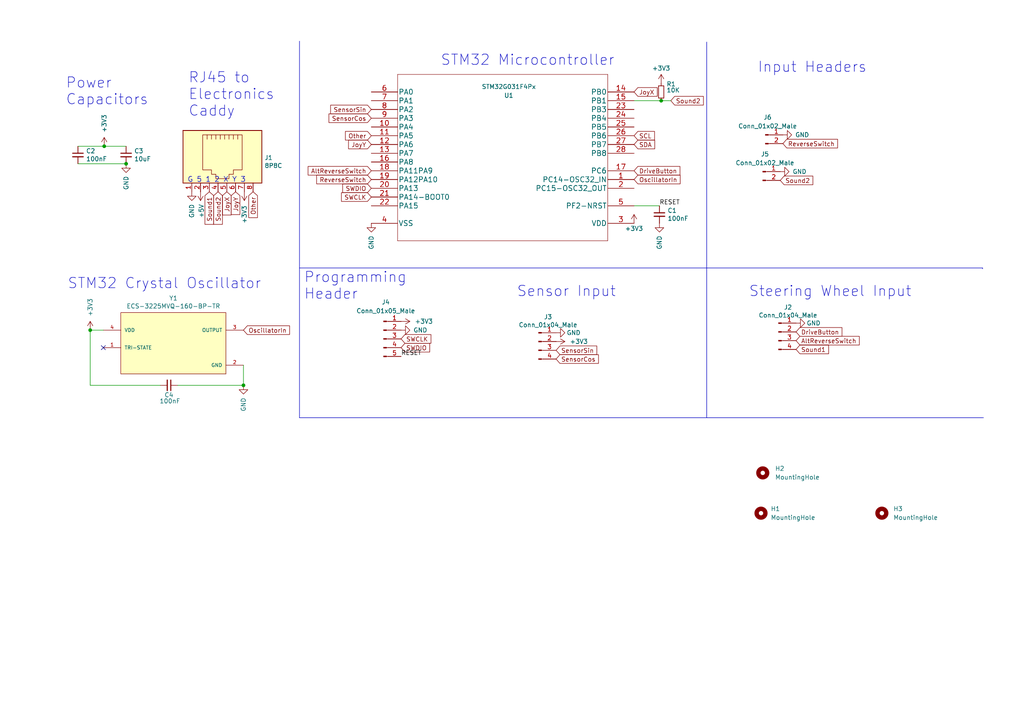
<source format=kicad_sch>
(kicad_sch (version 20230121) (generator eeschema)
  (paper "A4")
  (lib_symbols
    (symbol "Connector:8P8C" (pin_names (offset 1.016))
      (property "Reference" "J" (at -5.08 13.97 0))
      (property "Value" "8P8C" (at 2.54 13.97 0))
      (symbol "8P8C_0_1"
        (polyline (pts (xy -5.08 4.445) (xy -6.35 4.445)))
        (polyline (pts (xy -5.08 5.715) (xy -6.35 5.715)))
        (polyline (pts (xy -6.35 -3.175) (xy -5.08 -3.175) (xy -5.08 -3.175)))
        (polyline (pts (xy -6.35 -1.905) (xy -5.08 -1.905) (xy -5.08 -1.905)))
        (polyline (pts (xy -6.35 -0.635) (xy -5.08 -0.635) (xy -5.08 -0.635)))
        (polyline (pts (xy -6.35 0.635) (xy -5.08 0.635) (xy -5.08 0.635)))
        (polyline (pts (xy -6.35 1.905) (xy -5.08 1.905) (xy -5.08 1.905)))
        (polyline (pts (xy -5.08 3.175) (xy -6.35 3.175) (xy -6.35 3.175)))
        (polyline (pts (xy -6.35 -4.445) (xy -6.35 6.985) (xy 3.81 6.985) (xy 3.81 4.445) (xy 5.08 4.445) (xy 5.08 3.175) (xy 6.35 3.175) (xy 6.35 -0.635) (xy 5.08 -0.635) (xy 5.08 -1.905) (xy 3.81 -1.905) (xy 3.81 -4.445) (xy -6.35 -4.445) (xy -6.35 -4.445)))
        (rectangle (start 7.62 12.7) (end -7.62 -10.16) (stroke (width 0.254)) (fill (type background)))
      )
      (symbol "8P8C_1_1"
        (pin passive line (at 10.16 -7.62 180) (length 2.54) (name "~") (number "1"))
        (pin passive line (at 10.16 -5.08 180) (length 2.54) (name "~") (number "2"))
        (pin passive line (at 10.16 -2.54 180) (length 2.54) (name "~") (number "3"))
        (pin passive line (at 10.16 0 180) (length 2.54) (name "~") (number "4"))
        (pin passive line (at 10.16 2.54 180) (length 2.54) (name "~") (number "5"))
        (pin passive line (at 10.16 5.08 180) (length 2.54) (name "~") (number "6"))
        (pin passive line (at 10.16 7.62 180) (length 2.54) (name "~") (number "7"))
        (pin passive line (at 10.16 10.16 180) (length 2.54) (name "~") (number "8"))
      )
    )
    (symbol "Connector:Conn_01x02_Male" (pin_names (offset 1.016) hide)
      (property "Reference" "J" (at 0 2.54 0))
      (property "Value" "Conn_01x02_Male" (at 0 -5.08 0))
      (symbol "Conn_01x02_Male_1_1"
        (polyline (pts (xy 1.27 -2.54) (xy 0.8636 -2.54)) (stroke (width 0.1524)))
        (polyline (pts (xy 1.27 0) (xy 0.8636 0)) (stroke (width 0.1524)))
        (rectangle (start 0.8636 -2.413) (end 0 -2.667) (stroke (width 0.1524)) (fill (type outline)))
        (rectangle (start 0.8636 0.127) (end 0 -0.127) (stroke (width 0.1524)) (fill (type outline)))
        (pin passive line (at 5.08 0 180) (length 3.81) (name "Pin_1") (number "1"))
        (pin passive line (at 5.08 -2.54 180) (length 3.81) (name "Pin_2") (number "2"))
      )
    )
    (symbol "Connector:Conn_01x04_Male" (pin_names (offset 1.016) hide)
      (property "Reference" "J" (at 0 5.08 0))
      (property "Value" "Conn_01x04_Male" (at 0 -7.62 0))
      (symbol "Conn_01x04_Male_1_1"
        (polyline (pts (xy 1.27 -5.08) (xy 0.8636 -5.08)) (stroke (width 0.1524)))
        (polyline (pts (xy 1.27 -2.54) (xy 0.8636 -2.54)) (stroke (width 0.1524)))
        (polyline (pts (xy 1.27 0) (xy 0.8636 0)) (stroke (width 0.1524)))
        (polyline (pts (xy 1.27 2.54) (xy 0.8636 2.54)) (stroke (width 0.1524)))
        (rectangle (start 0.8636 -4.953) (end 0 -5.207) (stroke (width 0.1524)) (fill (type outline)))
        (rectangle (start 0.8636 -2.413) (end 0 -2.667) (stroke (width 0.1524)) (fill (type outline)))
        (rectangle (start 0.8636 0.127) (end 0 -0.127) (stroke (width 0.1524)) (fill (type outline)))
        (rectangle (start 0.8636 2.667) (end 0 2.413) (stroke (width 0.1524)) (fill (type outline)))
        (pin passive line (at 5.08 2.54 180) (length 3.81) (name "Pin_1") (number "1"))
        (pin passive line (at 5.08 0 180) (length 3.81) (name "Pin_2") (number "2"))
        (pin passive line (at 5.08 -2.54 180) (length 3.81) (name "Pin_3") (number "3"))
        (pin passive line (at 5.08 -5.08 180) (length 3.81) (name "Pin_4") (number "4"))
      )
    )
    (symbol "Connector:Conn_01x05_Male" (pin_names (offset 1.016) hide)
      (property "Reference" "J" (at 0 7.62 0))
      (property "Value" "Conn_01x05_Male" (at 0 -7.62 0))
      (symbol "Conn_01x05_Male_1_1"
        (polyline (pts (xy 1.27 -5.08) (xy 0.8636 -5.08)) (stroke (width 0.1524)))
        (polyline (pts (xy 1.27 -2.54) (xy 0.8636 -2.54)) (stroke (width 0.1524)))
        (polyline (pts (xy 1.27 0) (xy 0.8636 0)) (stroke (width 0.1524)))
        (polyline (pts (xy 1.27 2.54) (xy 0.8636 2.54)) (stroke (width 0.1524)))
        (polyline (pts (xy 1.27 5.08) (xy 0.8636 5.08)) (stroke (width 0.1524)))
        (rectangle (start 0.8636 -4.953) (end 0 -5.207) (stroke (width 0.1524)) (fill (type outline)))
        (rectangle (start 0.8636 -2.413) (end 0 -2.667) (stroke (width 0.1524)) (fill (type outline)))
        (rectangle (start 0.8636 0.127) (end 0 -0.127) (stroke (width 0.1524)) (fill (type outline)))
        (rectangle (start 0.8636 2.667) (end 0 2.413) (stroke (width 0.1524)) (fill (type outline)))
        (rectangle (start 0.8636 5.207) (end 0 4.953) (stroke (width 0.1524)) (fill (type outline)))
        (pin passive line (at 5.08 5.08 180) (length 3.81) (name "Pin_1") (number "1"))
        (pin passive line (at 5.08 2.54 180) (length 3.81) (name "Pin_2") (number "2"))
        (pin passive line (at 5.08 0 180) (length 3.81) (name "Pin_3") (number "3"))
        (pin passive line (at 5.08 -2.54 180) (length 3.81) (name "Pin_4") (number "4"))
        (pin passive line (at 5.08 -5.08 180) (length 3.81) (name "Pin_5") (number "5"))
      )
    )
    (symbol "CrystalOscillator:ECS-3225MVQ-160-BP-TR" (pin_names (offset 1.016))
      (property "Reference" "Y" (at -15.5448 8.1534 0))
      (property "Value" "ECS-3225MVQ-160-BP-TR" (at -15.0114 -12.9794 0))
      (symbol "ECS-3225MVQ-160-BP-TR_0_0"
        (rectangle (start -15.24 -10.16) (end 15.24 7.62) (stroke (width 0.1524)) (fill (type background)))
        (pin input line (at -20.32 -2.54 0) (length 5.08) (name "TRI-STATE") (number "1"))
        (pin power_in line (at 20.32 -7.62 180) (length 5.08) (name "GND") (number "2"))
        (pin output line (at 20.32 2.54 180) (length 5.08) (name "OUTPUT") (number "3"))
        (pin input line (at -20.32 2.54 0) (length 5.08) (name "VDD") (number "4"))
      )
    )
    (symbol "Device:C_Small" (pin_numbers hide) (pin_names (offset 0.254) hide)
      (property "Reference" "C" (at 0.254 1.778 0))
      (property "Value" "C_Small" (at 0.254 -2.032 0))
      (symbol "C_Small_0_1"
        (polyline (pts (xy -1.524 -0.508) (xy 1.524 -0.508)) (stroke (width 0.3302)))
        (polyline (pts (xy -1.524 0.508) (xy 1.524 0.508)) (stroke (width 0.3048)))
      )
      (symbol "C_Small_1_1"
        (pin passive line (at 0 2.54 270) (length 2.032) (name "~") (number "1"))
        (pin passive line (at 0 -2.54 90) (length 2.032) (name "~") (number "2"))
      )
    )
    (symbol "Device:R_Small" (pin_numbers hide) (pin_names (offset 0.254) hide)
      (property "Reference" "R" (at 0.762 0.508 0))
      (property "Value" "R_Small" (at 0.762 -1.016 0))
      (symbol "R_Small_0_1"
        (rectangle (start -0.762 1.778) (end 0.762 -1.778) (stroke (width 0.2032)))
      )
      (symbol "R_Small_1_1"
        (pin passive line (at 0 2.54 270) (length 0.762) (name "~") (number "1"))
        (pin passive line (at 0 -2.54 90) (length 0.762) (name "~") (number "2"))
      )
    )
    (symbol "Mechanical:MountingHole" (pin_names (offset 1.016))
      (property "Reference" "H" (at 0 5.08 0))
      (property "Value" "MountingHole" (at 0 3.175 0))
      (symbol "MountingHole_0_1"
        (circle (center 0 0) (radius 1.27) (stroke (width 1.27)))
      )
    )
    (symbol "STM32QFN:STM32G031G8U6" (pin_names (offset 0.254))
      (property "Reference" "U" (at 38.1 10.16 0))
      (property "Value" "STM32G031G8U6" (at 38.1 7.62 0))
      (symbol "STM32G031G8U6_1_1"
        (polyline (pts (xy 7.62 -43.18) (xy 68.58 -43.18)) (stroke (width 0.127)))
        (polyline (pts (xy 7.62 5.08) (xy 7.62 -43.18)) (stroke (width 0.127)))
        (polyline (pts (xy 68.58 -43.18) (xy 68.58 5.08)) (stroke (width 0.127)))
        (polyline (pts (xy 68.58 5.08) (xy 7.62 5.08)) (stroke (width 0.127)))
        (pin bidirectional line (at 76.2 -25.4 180) (length 7.62) (name "PC14-OSC32_IN") (number "1"))
        (pin bidirectional line (at 0 -10.16 0) (length 7.62) (name "PA4") (number "10"))
        (pin bidirectional line (at 0 -12.7 0) (length 7.62) (name "PA5") (number "11"))
        (pin bidirectional line (at 0 -15.24 0) (length 7.62) (name "PA6") (number "12"))
        (pin bidirectional line (at 0 -17.78 0) (length 7.62) (name "PA7") (number "13"))
        (pin bidirectional line (at 76.2 0 180) (length 7.62) (name "PB0") (number "14"))
        (pin bidirectional line (at 76.2 -2.54 180) (length 7.62) (name "PB1") (number "15"))
        (pin bidirectional line (at 0 -20.32 0) (length 7.62) (name "PA8") (number "16"))
        (pin bidirectional line (at 76.2 -22.86 180) (length 7.62) (name "PC6") (number "17"))
        (pin bidirectional line (at 0 -22.86 0) (length 7.62) (name "PA11PA9") (number "18"))
        (pin bidirectional line (at 0 -25.4 0) (length 7.62) (name "PA12PA10") (number "19"))
        (pin bidirectional line (at 76.2 -27.94 180) (length 7.62) (name "PC15-OSC32_OUT") (number "2"))
        (pin bidirectional line (at 0 -27.94 0) (length 7.62) (name "PA13") (number "20"))
        (pin bidirectional line (at 0 -30.48 0) (length 7.62) (name "PA14-BOOT0") (number "21"))
        (pin bidirectional line (at 0 -33.02 0) (length 7.62) (name "PA15") (number "22"))
        (pin bidirectional line (at 76.2 -5.08 180) (length 7.62) (name "PB3") (number "23"))
        (pin bidirectional line (at 76.2 -7.62 180) (length 7.62) (name "PB4") (number "24"))
        (pin bidirectional line (at 76.2 -10.16 180) (length 7.62) (name "PB5") (number "25"))
        (pin bidirectional line (at 76.2 -12.7 180) (length 7.62) (name "PB6") (number "26"))
        (pin bidirectional line (at 76.2 -15.24 180) (length 7.62) (name "PB7") (number "27"))
        (pin bidirectional line (at 76.2 -17.78 180) (length 7.62) (name "PB8") (number "28"))
        (pin power_in line (at 76.2 -38.1 180) (length 7.62) (name "VDD") (number "3"))
        (pin power_in line (at 0 -38.1 0) (length 7.62) (name "VSS") (number "4"))
        (pin bidirectional line (at 76.2 -33.02 180) (length 7.62) (name "PF2-NRST") (number "5"))
        (pin bidirectional line (at 0 0 0) (length 7.62) (name "PA0") (number "6"))
        (pin bidirectional line (at 0 -2.54 0) (length 7.62) (name "PA1") (number "7"))
        (pin bidirectional line (at 0 -5.08 0) (length 7.62) (name "PA2") (number "8"))
        (pin bidirectional line (at 0 -7.62 0) (length 7.62) (name "PA3") (number "9"))
      )
    )
    (symbol "power:+3.3V" (power) (pin_names (offset 0))
      (property "Value" "+3.3V" (at 0 3.556 0))
      (symbol "+3.3V_0_1"
        (polyline (pts (xy -0.762 1.27) (xy 0 2.54)))
        (polyline (pts (xy 0 0) (xy 0 2.54)))
        (polyline (pts (xy 0 2.54) (xy 0.762 1.27)))
      )
      (symbol "+3.3V_1_1"
        (pin power_in line (at 0 0 90) (length 0) hide (name "+3V3") (number "1"))
      )
    )
    (symbol "power:+5V" (power) (pin_names (offset 0))
      (property "Value" "+5V" (at 0 3.556 0))
      (symbol "+5V_0_1"
        (polyline (pts (xy -0.762 1.27) (xy 0 2.54)))
        (polyline (pts (xy 0 0) (xy 0 2.54)))
        (polyline (pts (xy 0 2.54) (xy 0.762 1.27)))
      )
      (symbol "+5V_1_1"
        (pin power_in line (at 0 0 90) (length 0) hide (name "+5V") (number "1"))
      )
    )
    (symbol "power:GND" (power) (pin_names (offset 0))
      (property "Value" "GND" (at 0 -3.81 0))
      (symbol "GND_0_1"
        (polyline (pts (xy 0 0) (xy 0 -1.27) (xy 1.27 -1.27) (xy 0 -2.54) (xy -1.27 -1.27) (xy 0 -1.27)))
      )
      (symbol "GND_1_1"
        (pin power_in line (at 0 0 270) (length 0) hide (name "GND") (number "1"))
      )
    )
  )
  (junction (at 70.612 111.76))
  (junction (at 36.576 47.498))
  (junction (at 30.226 42.418))
  (junction (at 26.162 95.758))
  (junction (at 191.77 29.21))
  (no_connect (at 29.972 100.838))
  (wire (pts (xy 29.972 95.758) (xy 26.162 95.758)))
  (polyline (pts (xy 86.868 121.158) (xy 285.242 121.158)))
  (wire (pts (xy 26.162 95.758) (xy 26.162 111.76)))
  (wire (pts (xy 22.606 42.418) (xy 30.226 42.418)))
  (wire (pts (xy 183.896 59.69) (xy 191.262 59.69)))
  (wire (pts (xy 183.896 29.21) (xy 191.77 29.21)))
  (polyline (pts (xy 86.868 11.938) (xy 86.868 121.158)))
  (wire (pts (xy 22.606 47.498) (xy 36.576 47.498)))
  (wire (pts (xy 51.562 111.76) (xy 70.612 111.76)))
  (wire (pts (xy 70.612 105.918) (xy 70.612 111.76)))
  (polyline (pts (xy 86.868 77.724) (xy 284.988 77.724)))
  (wire (pts (xy 191.77 29.21) (xy 194.564 29.21)))
  (polyline (pts (xy 204.978 12.192) (xy 204.978 121.158)))
  (wire (pts (xy 30.226 42.418) (xy 36.576 42.418)))
  (wire (pts (xy 26.162 111.76) (xy 46.482 111.76)))
  (polyline (pts (xy 284.988 77.724) (xy 284.988 77.978)))
  (text "Steering Wheel Input" (at 217.17 86.36 0) (effects (font (size 2.9972 2.9972)) (justify left bottom)))
  (text "Programming\nHeader" (at 88.138 87.122 0) (effects (font (size 2.9972 2.9972)) (justify left bottom)))
  (text "Input Headers" (at 219.71 21.336 0) (effects (font (size 2.9972 2.9972)) (justify left bottom)))
  (text "Power\nCapacitors" (at 19.05 30.734 0) (effects (font (size 2.9972 2.9972)) (justify left bottom)))
  (text "STM32 Microcontroller" (at 127.762 19.304 0) (effects (font (size 2.9972 2.9972)) (justify left bottom)))
  (text "Sensor Input" (at 149.86 86.36 0) (effects (font (size 2.9972 2.9972)) (justify left bottom)))
  (text "RJ45 to \nElectronics\nCaddy" (at 54.61 34.036 0) (effects (font (size 2.9972 2.9972)) (justify left bottom)))
  (text "G 5 1 2 X Y 3" (at 54.356 53.086 0) (effects (font (size 1.4986 1.4986)) (justify left bottom)))
  (text "STM32 Crystal Oscillator" (at 19.558 84.074 0) (effects (font (size 2.9972 2.9972)) (justify left bottom)))
  (label "RESET" (at 191.262 59.69 0))
  (label "RESET" (at 116.332 103.378 0))
  (global_label "SensorSin" (shape input) (at 107.696 31.75 180) (property "Intersheetrefs" "${INTERSHEET_REFS}" (effects hide)))
  (global_label "SDA" (shape input) (at 183.896 41.91 0) (property "Intersheetrefs" "${INTERSHEET_REFS}" (effects hide)))
  (global_label "ReverseSwitch" (shape input) (at 227.076 41.656 0) (property "Intersheetrefs" "${INTERSHEET_REFS}" (effects hide)))
  (global_label "OscillatorIn" (shape input) (at 183.896 52.07 0) (property "Intersheetrefs" "${INTERSHEET_REFS}" (effects hide)))
  (global_label "JoyX" (shape input) (at 65.786 55.626 270) (property "Intersheetrefs" "${INTERSHEET_REFS}" (effects hide)))
  (global_label "SWCLK" (shape input) (at 116.332 98.298 0) (property "Intersheetrefs" "${INTERSHEET_REFS}" (effects hide)))
  (global_label "SensorCos" (shape input) (at 107.696 34.29 180) (property "Intersheetrefs" "${INTERSHEET_REFS}" (effects hide)))
  (global_label "Sound2" (shape input) (at 194.564 29.21 0) (property "Intersheetrefs" "${INTERSHEET_REFS}" (effects hide)))
  (global_label "DriveButton" (shape input) (at 230.886 96.266 0) (property "Intersheetrefs" "${INTERSHEET_REFS}" (effects hide)))
  (global_label "DriveButton" (shape input) (at 183.896 49.53 0) (property "Intersheetrefs" "${INTERSHEET_REFS}" (effects hide)))
  (global_label "SWCLK" (shape input) (at 107.696 57.15 180) (property "Intersheetrefs" "${INTERSHEET_REFS}" (effects hide)))
  (global_label "ReverseSwitch" (shape input) (at 107.696 52.07 180) (property "Intersheetrefs" "${INTERSHEET_REFS}" (effects hide)))
  (global_label "Sound1" (shape input) (at 230.886 101.346 0) (property "Intersheetrefs" "${INTERSHEET_REFS}" (effects hide)))
  (global_label "Other" (shape input) (at 73.406 55.626 270) (property "Intersheetrefs" "${INTERSHEET_REFS}" (effects hide)))
  (global_label "AltReverseSwitch" (shape input) (at 230.886 98.806 0) (property "Intersheetrefs" "${INTERSHEET_REFS}" (effects hide)))
  (global_label "SWDIO" (shape input) (at 116.332 100.838 0) (property "Intersheetrefs" "${INTERSHEET_REFS}" (effects hide)))
  (global_label "Sound2" (shape input) (at 226.314 52.324 0) (property "Intersheetrefs" "${INTERSHEET_REFS}" (effects hide)))
  (global_label "JoyX" (shape input) (at 183.896 26.67 0) (property "Intersheetrefs" "${INTERSHEET_REFS}" (effects hide)))
  (global_label "SCL" (shape input) (at 183.896 39.37 0) (property "Intersheetrefs" "${INTERSHEET_REFS}" (effects hide)))
  (global_label "Sound1" (shape input) (at 60.706 55.626 270) (property "Intersheetrefs" "${INTERSHEET_REFS}" (effects hide)))
  (global_label "SensorSin" (shape input) (at 161.29 101.6 0) (property "Intersheetrefs" "${INTERSHEET_REFS}" (effects hide)))
  (global_label "JoyY" (shape input) (at 68.326 55.626 270) (property "Intersheetrefs" "${INTERSHEET_REFS}" (effects hide)))
  (global_label "Other" (shape input) (at 107.696 39.37 180) (property "Intersheetrefs" "${INTERSHEET_REFS}" (effects hide)))
  (global_label "SensorCos" (shape input) (at 161.29 104.14 0) (property "Intersheetrefs" "${INTERSHEET_REFS}" (effects hide)))
  (global_label "JoyY" (shape input) (at 107.696 41.91 180) (property "Intersheetrefs" "${INTERSHEET_REFS}" (effects hide)))
  (global_label "OscillatorIn" (shape input) (at 70.612 95.758 0) (property "Intersheetrefs" "${INTERSHEET_REFS}" (effects hide)))
  (global_label "SWDIO" (shape input) (at 107.696 54.61 180) (property "Intersheetrefs" "${INTERSHEET_REFS}" (effects hide)))
  (global_label "Sound2" (shape input) (at 63.246 55.626 270) (property "Intersheetrefs" "${INTERSHEET_REFS}" (effects hide)))
  (global_label "AltReverseSwitch" (shape input) (at 107.696 49.53 180) (property "Intersheetrefs" "${INTERSHEET_REFS}" (effects hide)))
  (symbol (lib_id "Connector:8P8C") (at 63.246 45.466 270) (unit 1)
    (property "Reference" "J1" (at 76.708 45.7454 90) (effects (justify left)))
    (property "Value" "8P8C" (at 76.708 48.0568 90) (effects (justify left)))
    (property "Footprint" "Useful Modifications:RJ45_x08_Tab_Up" (effects hide))
  )
  (symbol (lib_id "power:GND") (at 55.626 55.626 0) (unit 1)
    (property "Reference" "#PWR05" (effects hide))
    (property "Value" "GND" (at 55.626 61.214 90))
  )
  (symbol (lib_id "power:+3.3V") (at 70.866 55.626 180) (unit 1)
    (property "Reference" "#PWR010" (effects hide))
    (property "Value" "+3.3V" (at 70.866 62.23 90))
  )
  (symbol (lib_id "power:+5V") (at 58.166 55.626 180) (unit 1)
    (property "Reference" "#PWR06" (effects hide))
    (property "Value" "+5V" (at 58.42 61.214 90))
  )
  (symbol (lib_id "power:GND") (at 107.696 64.77 0) (unit 1)
    (property "Reference" "#PWR016" (effects hide))
    (property "Value" "GND" (at 107.696 70.358 90))
  )
  (symbol (lib_id "power:+3.3V") (at 183.896 64.77 0) (unit 1)
    (property "Reference" "#PWR029" (effects hide))
    (property "Value" "+3.3V" (at 183.896 66.294 0))
  )
  (symbol (lib_id "Connector:Conn_01x04_Male") (at 225.806 96.266 0) (unit 1)
    (property "Reference" "J2" (at 228.5492 89.1286 0))
    (property "Value" "Conn_01x04_Male" (at 228.5492 91.44 0))
    (property "Footprint" "Connector_JST:JST_SH_BM04B-SRSS-TB_1x04-1MP_P1.00mm_Vertical" (effects hide))
    (property "MPN" "C145961" (effects hide))
  )
  (symbol (lib_id "power:GND") (at 230.886 93.726 90) (unit 1)
    (property "Reference" "#PWR03" (effects hide))
    (property "Value" "GND" (at 235.966 93.726 90))
  )
  (symbol (lib_id "Connector:Conn_01x04_Male") (at 156.21 99.06 0) (unit 1)
    (property "Reference" "J3" (at 158.9532 91.9226 0))
    (property "Value" "Conn_01x04_Male" (at 158.9532 94.234 0))
    (property "Footprint" "Connector_JST:JST_SH_BM04B-SRSS-TB_1x04-1MP_P1.00mm_Vertical" (effects hide))
    (property "MPN" "C145961" (effects hide))
  )
  (symbol (lib_id "power:GND") (at 161.29 96.52 90) (unit 1)
    (property "Reference" "#PWR01" (effects hide))
    (property "Value" "GND" (at 166.37 96.52 90))
  )
  (symbol (lib_id "power:+3.3V") (at 161.29 99.06 270) (unit 1)
    (property "Reference" "#PWR02" (effects hide))
    (property "Value" "+3.3V" (at 167.894 99.06 90))
  )
  (symbol (lib_id "power:GND") (at 226.314 49.784 90) (unit 1)
    (property "Reference" "#PWR030" (effects hide))
    (property "Value" "GND" (at 231.902 49.784 90))
  )
  (symbol (lib_id "STM32QFN:STM32G031G8U6") (at 107.696 26.67 0) (unit 1)
    (property "Reference" "U1" (at 147.574 27.686 0))
    (property "Value" "STM32G031F4Px" (at 147.574 25.146 0))
    (property "Footprint" "Useful Modifications:STM32G031G8U6" (effects hide))
    (property "MPN" "C432211" (effects hide))
  )
  (symbol (lib_id "Device:C_Small") (at 22.606 44.958 0) (unit 1)
    (property "Reference" "C2" (at 24.9428 43.7896 0) (effects (justify left)))
    (property "Value" "100nF" (at 24.9428 46.101 0) (effects (justify left)))
    (property "Footprint" "Capacitor_SMD:C_0805_2012Metric" (effects hide))
    (property "MPN" "C49678" (effects hide))
  )
  (symbol (lib_id "Device:C_Small") (at 36.576 44.958 0) (unit 1)
    (property "Reference" "C3" (at 38.9128 43.7896 0) (effects (justify left)))
    (property "Value" "10uF" (at 38.9128 46.101 0) (effects (justify left)))
    (property "Footprint" "Capacitor_SMD:C_0805_2012Metric" (effects hide))
    (property "MPN" "C15850" (effects hide))
  )
  (symbol (lib_id "Device:C_Small") (at 191.262 62.23 0) (unit 1)
    (property "Reference" "C1" (at 193.5988 61.0616 0) (effects (justify left)))
    (property "Value" "100nF" (at 193.5988 63.373 0) (effects (justify left)))
    (property "Footprint" "Capacitor_SMD:C_0805_2012Metric" (effects hide))
    (property "MPN" "C49678" (effects hide))
  )
  (symbol (lib_id "power:+3.3V") (at 30.226 42.418 0) (unit 1)
    (property "Reference" "#PWR023" (effects hide))
    (property "Value" "+3.3V" (at 30.226 35.814 90))
  )
  (symbol (lib_id "power:GND") (at 36.576 47.498 0) (unit 1)
    (property "Reference" "#PWR028" (effects hide))
    (property "Value" "GND" (at 36.576 53.086 90))
  )
  (symbol (lib_id "power:GND") (at 191.262 64.77 0) (unit 1)
    (property "Reference" "#PWR021" (effects hide))
    (property "Value" "GND" (at 191.262 70.358 90))
  )
  (symbol (lib_id "power:+3.3V") (at 116.332 93.218 270) (unit 1)
    (property "Reference" "#PWR020" (effects hide))
    (property "Value" "+3.3V" (at 122.936 93.218 90))
  )
  (symbol (lib_id "power:GND") (at 116.332 95.758 90) (unit 1)
    (property "Reference" "#PWR019" (effects hide))
    (property "Value" "GND" (at 121.92 95.758 90))
  )
  (symbol (lib_id "CrystalOscillator:ECS-3225MVQ-160-BP-TR") (at 50.292 98.298 0) (unit 1)
    (property "Reference" "Y1" (at 50.292 86.487 0))
    (property "Value" "ECS-3225MVQ-160-BP-TR" (at 50.292 88.7984 0))
    (property "Footprint" "Useful Modifications:OSC_ECS-3225MVQ-160-BP-TR" (effects hide))
    (property "MPN" "C252336" (effects hide))
  )
  (symbol (lib_id "power:GND") (at 70.612 111.76 0) (unit 1)
    (property "Reference" "#PWR0101" (effects hide))
    (property "Value" "GND" (at 70.612 117.348 90))
  )
  (symbol (lib_id "power:+3.3V") (at 26.162 95.758 0) (unit 1)
    (property "Reference" "#PWR0102" (effects hide))
    (property "Value" "+3.3V" (at 26.162 89.154 90))
  )
  (symbol (lib_id "Device:C_Small") (at 49.022 111.76 270) (unit 1)
    (property "Reference" "C4" (at 49.022 114.554 90))
    (property "Value" "100nF" (at 49.276 116.332 90))
    (property "Footprint" "Capacitor_SMD:C_0805_2012Metric" (effects hide))
    (property "MPN" "C49678" (effects hide))
  )
  (symbol (lib_id "power:+3.3V") (at 191.77 24.13 0) (unit 1)
    (property "Reference" "#PWR04" (effects hide))
    (property "Value" "+3.3V" (at 191.77 19.812 0))
  )
  (symbol (lib_id "Connector:Conn_01x02_Male") (at 221.996 39.116 0) (unit 1)
    (property "Reference" "J6" (at 222.631 34.036 0))
    (property "Value" "Conn_01x02_Male" (at 222.631 36.576 0))
    (property "Footprint" "Connector_JST:JST_XH_B2B-XH-AM_1x02_P2.50mm_Vertical" (effects hide))
  )
  (symbol (lib_id "Connector:Conn_01x05_Male") (at 111.252 98.298 0) (unit 1)
    (property "Reference" "J4" (at 111.887 87.63 0))
    (property "Value" "Conn_01x05_Male" (at 111.887 90.17 0))
    (property "Footprint" "Connector_JST:JST_SH_BM05B-SRSS-TB_1x05-1MP_P1.00mm_Vertical" (effects hide))
    (property "MPN" "C2764199" (effects hide))
  )
  (symbol (lib_id "Connector:Conn_01x02_Male") (at 221.234 49.784 0) (unit 1)
    (property "Reference" "J5" (at 221.869 44.704 0))
    (property "Value" "Conn_01x02_Male" (at 221.869 47.244 0))
    (property "Footprint" "Connector_JST:JST_XH_B2B-XH-AM_1x02_P2.50mm_Vertical" (effects hide))
  )
  (symbol (lib_id "Mechanical:MountingHole") (at 220.726 148.844 0) (unit 1)
    (property "Reference" "H1" (at 223.52 147.5739 0) (effects (justify left)))
    (property "Value" "MountingHole" (at 223.52 150.1139 0) (effects (justify left)))
    (property "Footprint" "MountingHole:MountingHole_3.2mm_M3" (effects hide))
  )
  (symbol (lib_id "Device:R_Small") (at 191.77 26.67 0) (unit 1)
    (property "Reference" "R1" (at 193.294 24.384 0) (effects (justify left)))
    (property "Value" "10K" (at 193.294 26.162 0) (effects (justify left)))
    (property "Footprint" "Resistor_SMD:R_0805_2012Metric" (effects hide))
    (property "MPN" "C17414" (effects hide))
  )
  (symbol (lib_id "Mechanical:MountingHole") (at 255.778 148.844 0) (unit 1)
    (property "Reference" "H3" (at 259.08 147.5739 0) (effects (justify left)))
    (property "Value" "MountingHole" (at 259.08 150.1139 0) (effects (justify left)))
    (property "Footprint" "MountingHole:MountingHole_3.2mm_M3" (effects hide))
  )
  (symbol (lib_id "power:GND") (at 227.076 39.116 90) (unit 1)
    (property "Reference" "#PWR07" (effects hide))
    (property "Value" "GND" (at 232.664 39.116 90))
  )
  (symbol (lib_id "Mechanical:MountingHole") (at 221.234 137.16 0) (unit 1)
    (property "Reference" "H2" (at 224.79 135.8899 0) (effects (justify left)))
    (property "Value" "MountingHole" (at 224.79 138.4299 0) (effects (justify left)))
    (property "Footprint" "MountingHole:MountingHole_3.2mm_M3" (effects hide))
  )
)
</source>
